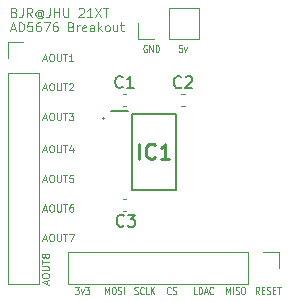
<source format=gbr>
%TF.GenerationSoftware,KiCad,Pcbnew,8.0.6-1.fc41*%
%TF.CreationDate,2024-12-07T12:30:28-05:00*%
%TF.ProjectId,AD5676_breakout,41443536-3736-45f6-9272-65616b6f7574,rev?*%
%TF.SameCoordinates,Original*%
%TF.FileFunction,Legend,Top*%
%TF.FilePolarity,Positive*%
%FSLAX46Y46*%
G04 Gerber Fmt 4.6, Leading zero omitted, Abs format (unit mm)*
G04 Created by KiCad (PCBNEW 8.0.6-1.fc41) date 2024-12-07 12:30:28*
%MOMM*%
%LPD*%
G01*
G04 APERTURE LIST*
%ADD10C,0.250000*%
%ADD11C,0.100000*%
%ADD12C,0.254000*%
%ADD13C,0.150000*%
%ADD14C,0.120000*%
%ADD15C,0.200000*%
G04 APERTURE END LIST*
D10*
X146250001Y-93500000D02*
X146250001Y-93500000D01*
X146250001Y-93500000D01*
X146250001Y-93500000D01*
X146250001Y-93500000D01*
X146250001Y-93500000D01*
X146250001Y-93500001D01*
X146250001Y-93500001D01*
X146250001Y-93500001D01*
X146250001Y-93500001D01*
X146250001Y-93500001D01*
X146250001Y-93500001D01*
X146250001Y-93500001D01*
X146250000Y-93500001D01*
X146250000Y-93500001D01*
X146250000Y-93500001D01*
X146250000Y-93500001D01*
X146250000Y-93500001D01*
X146250000Y-93500001D01*
X146250000Y-93500001D01*
X146250000Y-93500001D01*
X146250000Y-93500001D01*
X146250000Y-93500001D01*
X146250000Y-93500001D01*
X146250000Y-93500001D01*
X146249999Y-93500001D01*
X146249999Y-93500001D01*
X146249999Y-93500001D01*
X146249999Y-93500001D01*
X146249999Y-93500001D01*
X146249999Y-93500001D01*
X146249999Y-93500000D01*
X146249999Y-93500000D01*
X146249999Y-93500000D01*
X146249999Y-93500000D01*
X146249999Y-93500000D01*
X146249999Y-93500000D01*
X146249999Y-93500000D02*
X146249999Y-93500000D01*
X146249999Y-93500000D01*
X146249999Y-93500000D01*
X146249999Y-93500000D01*
X146249999Y-93500000D01*
X146249999Y-93500000D01*
X146249999Y-93499999D01*
X146249999Y-93499999D01*
X146249999Y-93499999D01*
X146249999Y-93499999D01*
X146249999Y-93499999D01*
X146250000Y-93499999D01*
X146250000Y-93499999D01*
X146250000Y-93499999D01*
X146250000Y-93499999D01*
X146250000Y-93499999D01*
X146250000Y-93499999D01*
X146250000Y-93499999D01*
X146250000Y-93499999D01*
X146250000Y-93499999D01*
X146250000Y-93499999D01*
X146250000Y-93499999D01*
X146250000Y-93499999D01*
X146250001Y-93499999D01*
X146250001Y-93499999D01*
X146250001Y-93499999D01*
X146250001Y-93499999D01*
X146250001Y-93499999D01*
X146250001Y-93499999D01*
X146250001Y-93500000D01*
X146250001Y-93500000D01*
X146250001Y-93500000D01*
X146250001Y-93500000D01*
X146250001Y-93500000D01*
X146250001Y-93500000D01*
X146250001Y-93500000D01*
D11*
X152922931Y-87321371D02*
X152684836Y-87321371D01*
X152684836Y-87321371D02*
X152661027Y-87607085D01*
X152661027Y-87607085D02*
X152684836Y-87578514D01*
X152684836Y-87578514D02*
X152732455Y-87549942D01*
X152732455Y-87549942D02*
X152851503Y-87549942D01*
X152851503Y-87549942D02*
X152899122Y-87578514D01*
X152899122Y-87578514D02*
X152922931Y-87607085D01*
X152922931Y-87607085D02*
X152946741Y-87664228D01*
X152946741Y-87664228D02*
X152946741Y-87807085D01*
X152946741Y-87807085D02*
X152922931Y-87864228D01*
X152922931Y-87864228D02*
X152899122Y-87892800D01*
X152899122Y-87892800D02*
X152851503Y-87921371D01*
X152851503Y-87921371D02*
X152732455Y-87921371D01*
X152732455Y-87921371D02*
X152684836Y-87892800D01*
X152684836Y-87892800D02*
X152661027Y-87864228D01*
X153113407Y-87521371D02*
X153232455Y-87921371D01*
X153232455Y-87921371D02*
X153351502Y-87521371D01*
X141180074Y-96249942D02*
X141465789Y-96249942D01*
X141122931Y-96421371D02*
X141322931Y-95821371D01*
X141322931Y-95821371D02*
X141522931Y-96421371D01*
X141837217Y-95821371D02*
X141951503Y-95821371D01*
X141951503Y-95821371D02*
X142008646Y-95849942D01*
X142008646Y-95849942D02*
X142065789Y-95907085D01*
X142065789Y-95907085D02*
X142094360Y-96021371D01*
X142094360Y-96021371D02*
X142094360Y-96221371D01*
X142094360Y-96221371D02*
X142065789Y-96335657D01*
X142065789Y-96335657D02*
X142008646Y-96392800D01*
X142008646Y-96392800D02*
X141951503Y-96421371D01*
X141951503Y-96421371D02*
X141837217Y-96421371D01*
X141837217Y-96421371D02*
X141780075Y-96392800D01*
X141780075Y-96392800D02*
X141722932Y-96335657D01*
X141722932Y-96335657D02*
X141694360Y-96221371D01*
X141694360Y-96221371D02*
X141694360Y-96021371D01*
X141694360Y-96021371D02*
X141722932Y-95907085D01*
X141722932Y-95907085D02*
X141780075Y-95849942D01*
X141780075Y-95849942D02*
X141837217Y-95821371D01*
X142351503Y-95821371D02*
X142351503Y-96307085D01*
X142351503Y-96307085D02*
X142380074Y-96364228D01*
X142380074Y-96364228D02*
X142408646Y-96392800D01*
X142408646Y-96392800D02*
X142465788Y-96421371D01*
X142465788Y-96421371D02*
X142580074Y-96421371D01*
X142580074Y-96421371D02*
X142637217Y-96392800D01*
X142637217Y-96392800D02*
X142665788Y-96364228D01*
X142665788Y-96364228D02*
X142694360Y-96307085D01*
X142694360Y-96307085D02*
X142694360Y-95821371D01*
X142894359Y-95821371D02*
X143237217Y-95821371D01*
X143065788Y-96421371D02*
X143065788Y-95821371D01*
X143694360Y-96021371D02*
X143694360Y-96421371D01*
X143551502Y-95792800D02*
X143408645Y-96221371D01*
X143408645Y-96221371D02*
X143780074Y-96221371D01*
X146434836Y-108421371D02*
X146434836Y-107821371D01*
X146434836Y-107821371D02*
X146601503Y-108249942D01*
X146601503Y-108249942D02*
X146768169Y-107821371D01*
X146768169Y-107821371D02*
X146768169Y-108421371D01*
X147101503Y-107821371D02*
X147196741Y-107821371D01*
X147196741Y-107821371D02*
X147244360Y-107849942D01*
X147244360Y-107849942D02*
X147291979Y-107907085D01*
X147291979Y-107907085D02*
X147315789Y-108021371D01*
X147315789Y-108021371D02*
X147315789Y-108221371D01*
X147315789Y-108221371D02*
X147291979Y-108335657D01*
X147291979Y-108335657D02*
X147244360Y-108392800D01*
X147244360Y-108392800D02*
X147196741Y-108421371D01*
X147196741Y-108421371D02*
X147101503Y-108421371D01*
X147101503Y-108421371D02*
X147053884Y-108392800D01*
X147053884Y-108392800D02*
X147006265Y-108335657D01*
X147006265Y-108335657D02*
X146982456Y-108221371D01*
X146982456Y-108221371D02*
X146982456Y-108021371D01*
X146982456Y-108021371D02*
X147006265Y-107907085D01*
X147006265Y-107907085D02*
X147053884Y-107849942D01*
X147053884Y-107849942D02*
X147101503Y-107821371D01*
X147506266Y-108392800D02*
X147577694Y-108421371D01*
X147577694Y-108421371D02*
X147696742Y-108421371D01*
X147696742Y-108421371D02*
X147744361Y-108392800D01*
X147744361Y-108392800D02*
X147768170Y-108364228D01*
X147768170Y-108364228D02*
X147791980Y-108307085D01*
X147791980Y-108307085D02*
X147791980Y-108249942D01*
X147791980Y-108249942D02*
X147768170Y-108192800D01*
X147768170Y-108192800D02*
X147744361Y-108164228D01*
X147744361Y-108164228D02*
X147696742Y-108135657D01*
X147696742Y-108135657D02*
X147601504Y-108107085D01*
X147601504Y-108107085D02*
X147553885Y-108078514D01*
X147553885Y-108078514D02*
X147530075Y-108049942D01*
X147530075Y-108049942D02*
X147506266Y-107992800D01*
X147506266Y-107992800D02*
X147506266Y-107935657D01*
X147506266Y-107935657D02*
X147530075Y-107878514D01*
X147530075Y-107878514D02*
X147553885Y-107849942D01*
X147553885Y-107849942D02*
X147601504Y-107821371D01*
X147601504Y-107821371D02*
X147720551Y-107821371D01*
X147720551Y-107821371D02*
X147791980Y-107849942D01*
X148006265Y-108421371D02*
X148006265Y-107821371D01*
X156684836Y-108421371D02*
X156684836Y-107821371D01*
X156684836Y-107821371D02*
X156851503Y-108249942D01*
X156851503Y-108249942D02*
X157018169Y-107821371D01*
X157018169Y-107821371D02*
X157018169Y-108421371D01*
X157256265Y-108421371D02*
X157256265Y-107821371D01*
X157470551Y-108392800D02*
X157541979Y-108421371D01*
X157541979Y-108421371D02*
X157661027Y-108421371D01*
X157661027Y-108421371D02*
X157708646Y-108392800D01*
X157708646Y-108392800D02*
X157732455Y-108364228D01*
X157732455Y-108364228D02*
X157756265Y-108307085D01*
X157756265Y-108307085D02*
X157756265Y-108249942D01*
X157756265Y-108249942D02*
X157732455Y-108192800D01*
X157732455Y-108192800D02*
X157708646Y-108164228D01*
X157708646Y-108164228D02*
X157661027Y-108135657D01*
X157661027Y-108135657D02*
X157565789Y-108107085D01*
X157565789Y-108107085D02*
X157518170Y-108078514D01*
X157518170Y-108078514D02*
X157494360Y-108049942D01*
X157494360Y-108049942D02*
X157470551Y-107992800D01*
X157470551Y-107992800D02*
X157470551Y-107935657D01*
X157470551Y-107935657D02*
X157494360Y-107878514D01*
X157494360Y-107878514D02*
X157518170Y-107849942D01*
X157518170Y-107849942D02*
X157565789Y-107821371D01*
X157565789Y-107821371D02*
X157684836Y-107821371D01*
X157684836Y-107821371D02*
X157756265Y-107849942D01*
X158065788Y-107821371D02*
X158161026Y-107821371D01*
X158161026Y-107821371D02*
X158208645Y-107849942D01*
X158208645Y-107849942D02*
X158256264Y-107907085D01*
X158256264Y-107907085D02*
X158280074Y-108021371D01*
X158280074Y-108021371D02*
X158280074Y-108221371D01*
X158280074Y-108221371D02*
X158256264Y-108335657D01*
X158256264Y-108335657D02*
X158208645Y-108392800D01*
X158208645Y-108392800D02*
X158161026Y-108421371D01*
X158161026Y-108421371D02*
X158065788Y-108421371D01*
X158065788Y-108421371D02*
X158018169Y-108392800D01*
X158018169Y-108392800D02*
X157970550Y-108335657D01*
X157970550Y-108335657D02*
X157946741Y-108221371D01*
X157946741Y-108221371D02*
X157946741Y-108021371D01*
X157946741Y-108021371D02*
X157970550Y-107907085D01*
X157970550Y-107907085D02*
X158018169Y-107849942D01*
X158018169Y-107849942D02*
X158065788Y-107821371D01*
X141180074Y-98749942D02*
X141465789Y-98749942D01*
X141122931Y-98921371D02*
X141322931Y-98321371D01*
X141322931Y-98321371D02*
X141522931Y-98921371D01*
X141837217Y-98321371D02*
X141951503Y-98321371D01*
X141951503Y-98321371D02*
X142008646Y-98349942D01*
X142008646Y-98349942D02*
X142065789Y-98407085D01*
X142065789Y-98407085D02*
X142094360Y-98521371D01*
X142094360Y-98521371D02*
X142094360Y-98721371D01*
X142094360Y-98721371D02*
X142065789Y-98835657D01*
X142065789Y-98835657D02*
X142008646Y-98892800D01*
X142008646Y-98892800D02*
X141951503Y-98921371D01*
X141951503Y-98921371D02*
X141837217Y-98921371D01*
X141837217Y-98921371D02*
X141780075Y-98892800D01*
X141780075Y-98892800D02*
X141722932Y-98835657D01*
X141722932Y-98835657D02*
X141694360Y-98721371D01*
X141694360Y-98721371D02*
X141694360Y-98521371D01*
X141694360Y-98521371D02*
X141722932Y-98407085D01*
X141722932Y-98407085D02*
X141780075Y-98349942D01*
X141780075Y-98349942D02*
X141837217Y-98321371D01*
X142351503Y-98321371D02*
X142351503Y-98807085D01*
X142351503Y-98807085D02*
X142380074Y-98864228D01*
X142380074Y-98864228D02*
X142408646Y-98892800D01*
X142408646Y-98892800D02*
X142465788Y-98921371D01*
X142465788Y-98921371D02*
X142580074Y-98921371D01*
X142580074Y-98921371D02*
X142637217Y-98892800D01*
X142637217Y-98892800D02*
X142665788Y-98864228D01*
X142665788Y-98864228D02*
X142694360Y-98807085D01*
X142694360Y-98807085D02*
X142694360Y-98321371D01*
X142894359Y-98321371D02*
X143237217Y-98321371D01*
X143065788Y-98921371D02*
X143065788Y-98321371D01*
X143722931Y-98321371D02*
X143437217Y-98321371D01*
X143437217Y-98321371D02*
X143408645Y-98607085D01*
X143408645Y-98607085D02*
X143437217Y-98578514D01*
X143437217Y-98578514D02*
X143494360Y-98549942D01*
X143494360Y-98549942D02*
X143637217Y-98549942D01*
X143637217Y-98549942D02*
X143694360Y-98578514D01*
X143694360Y-98578514D02*
X143722931Y-98607085D01*
X143722931Y-98607085D02*
X143751502Y-98664228D01*
X143751502Y-98664228D02*
X143751502Y-98807085D01*
X143751502Y-98807085D02*
X143722931Y-98864228D01*
X143722931Y-98864228D02*
X143694360Y-98892800D01*
X143694360Y-98892800D02*
X143637217Y-98921371D01*
X143637217Y-98921371D02*
X143494360Y-98921371D01*
X143494360Y-98921371D02*
X143437217Y-98892800D01*
X143437217Y-98892800D02*
X143408645Y-98864228D01*
X141180074Y-90999942D02*
X141465789Y-90999942D01*
X141122931Y-91171371D02*
X141322931Y-90571371D01*
X141322931Y-90571371D02*
X141522931Y-91171371D01*
X141837217Y-90571371D02*
X141951503Y-90571371D01*
X141951503Y-90571371D02*
X142008646Y-90599942D01*
X142008646Y-90599942D02*
X142065789Y-90657085D01*
X142065789Y-90657085D02*
X142094360Y-90771371D01*
X142094360Y-90771371D02*
X142094360Y-90971371D01*
X142094360Y-90971371D02*
X142065789Y-91085657D01*
X142065789Y-91085657D02*
X142008646Y-91142800D01*
X142008646Y-91142800D02*
X141951503Y-91171371D01*
X141951503Y-91171371D02*
X141837217Y-91171371D01*
X141837217Y-91171371D02*
X141780075Y-91142800D01*
X141780075Y-91142800D02*
X141722932Y-91085657D01*
X141722932Y-91085657D02*
X141694360Y-90971371D01*
X141694360Y-90971371D02*
X141694360Y-90771371D01*
X141694360Y-90771371D02*
X141722932Y-90657085D01*
X141722932Y-90657085D02*
X141780075Y-90599942D01*
X141780075Y-90599942D02*
X141837217Y-90571371D01*
X142351503Y-90571371D02*
X142351503Y-91057085D01*
X142351503Y-91057085D02*
X142380074Y-91114228D01*
X142380074Y-91114228D02*
X142408646Y-91142800D01*
X142408646Y-91142800D02*
X142465788Y-91171371D01*
X142465788Y-91171371D02*
X142580074Y-91171371D01*
X142580074Y-91171371D02*
X142637217Y-91142800D01*
X142637217Y-91142800D02*
X142665788Y-91114228D01*
X142665788Y-91114228D02*
X142694360Y-91057085D01*
X142694360Y-91057085D02*
X142694360Y-90571371D01*
X142894359Y-90571371D02*
X143237217Y-90571371D01*
X143065788Y-91171371D02*
X143065788Y-90571371D01*
X143408645Y-90628514D02*
X143437217Y-90599942D01*
X143437217Y-90599942D02*
X143494360Y-90571371D01*
X143494360Y-90571371D02*
X143637217Y-90571371D01*
X143637217Y-90571371D02*
X143694360Y-90599942D01*
X143694360Y-90599942D02*
X143722931Y-90628514D01*
X143722931Y-90628514D02*
X143751502Y-90685657D01*
X143751502Y-90685657D02*
X143751502Y-90742800D01*
X143751502Y-90742800D02*
X143722931Y-90828514D01*
X143722931Y-90828514D02*
X143380074Y-91171371D01*
X143380074Y-91171371D02*
X143751502Y-91171371D01*
X154172931Y-108421371D02*
X153934836Y-108421371D01*
X153934836Y-108421371D02*
X153934836Y-107821371D01*
X154339598Y-108421371D02*
X154339598Y-107821371D01*
X154339598Y-107821371D02*
X154458646Y-107821371D01*
X154458646Y-107821371D02*
X154530074Y-107849942D01*
X154530074Y-107849942D02*
X154577693Y-107907085D01*
X154577693Y-107907085D02*
X154601503Y-107964228D01*
X154601503Y-107964228D02*
X154625312Y-108078514D01*
X154625312Y-108078514D02*
X154625312Y-108164228D01*
X154625312Y-108164228D02*
X154601503Y-108278514D01*
X154601503Y-108278514D02*
X154577693Y-108335657D01*
X154577693Y-108335657D02*
X154530074Y-108392800D01*
X154530074Y-108392800D02*
X154458646Y-108421371D01*
X154458646Y-108421371D02*
X154339598Y-108421371D01*
X154815789Y-108249942D02*
X155053884Y-108249942D01*
X154768170Y-108421371D02*
X154934836Y-107821371D01*
X154934836Y-107821371D02*
X155101503Y-108421371D01*
X155553883Y-108364228D02*
X155530074Y-108392800D01*
X155530074Y-108392800D02*
X155458645Y-108421371D01*
X155458645Y-108421371D02*
X155411026Y-108421371D01*
X155411026Y-108421371D02*
X155339598Y-108392800D01*
X155339598Y-108392800D02*
X155291979Y-108335657D01*
X155291979Y-108335657D02*
X155268169Y-108278514D01*
X155268169Y-108278514D02*
X155244360Y-108164228D01*
X155244360Y-108164228D02*
X155244360Y-108078514D01*
X155244360Y-108078514D02*
X155268169Y-107964228D01*
X155268169Y-107964228D02*
X155291979Y-107907085D01*
X155291979Y-107907085D02*
X155339598Y-107849942D01*
X155339598Y-107849942D02*
X155411026Y-107821371D01*
X155411026Y-107821371D02*
X155458645Y-107821371D01*
X155458645Y-107821371D02*
X155530074Y-107849942D01*
X155530074Y-107849942D02*
X155553883Y-107878514D01*
X159470550Y-108421371D02*
X159303884Y-108135657D01*
X159184836Y-108421371D02*
X159184836Y-107821371D01*
X159184836Y-107821371D02*
X159375312Y-107821371D01*
X159375312Y-107821371D02*
X159422931Y-107849942D01*
X159422931Y-107849942D02*
X159446741Y-107878514D01*
X159446741Y-107878514D02*
X159470550Y-107935657D01*
X159470550Y-107935657D02*
X159470550Y-108021371D01*
X159470550Y-108021371D02*
X159446741Y-108078514D01*
X159446741Y-108078514D02*
X159422931Y-108107085D01*
X159422931Y-108107085D02*
X159375312Y-108135657D01*
X159375312Y-108135657D02*
X159184836Y-108135657D01*
X159684836Y-108107085D02*
X159851503Y-108107085D01*
X159922931Y-108421371D02*
X159684836Y-108421371D01*
X159684836Y-108421371D02*
X159684836Y-107821371D01*
X159684836Y-107821371D02*
X159922931Y-107821371D01*
X160113408Y-108392800D02*
X160184836Y-108421371D01*
X160184836Y-108421371D02*
X160303884Y-108421371D01*
X160303884Y-108421371D02*
X160351503Y-108392800D01*
X160351503Y-108392800D02*
X160375312Y-108364228D01*
X160375312Y-108364228D02*
X160399122Y-108307085D01*
X160399122Y-108307085D02*
X160399122Y-108249942D01*
X160399122Y-108249942D02*
X160375312Y-108192800D01*
X160375312Y-108192800D02*
X160351503Y-108164228D01*
X160351503Y-108164228D02*
X160303884Y-108135657D01*
X160303884Y-108135657D02*
X160208646Y-108107085D01*
X160208646Y-108107085D02*
X160161027Y-108078514D01*
X160161027Y-108078514D02*
X160137217Y-108049942D01*
X160137217Y-108049942D02*
X160113408Y-107992800D01*
X160113408Y-107992800D02*
X160113408Y-107935657D01*
X160113408Y-107935657D02*
X160137217Y-107878514D01*
X160137217Y-107878514D02*
X160161027Y-107849942D01*
X160161027Y-107849942D02*
X160208646Y-107821371D01*
X160208646Y-107821371D02*
X160327693Y-107821371D01*
X160327693Y-107821371D02*
X160399122Y-107849942D01*
X160613407Y-108107085D02*
X160780074Y-108107085D01*
X160851502Y-108421371D02*
X160613407Y-108421371D01*
X160613407Y-108421371D02*
X160613407Y-107821371D01*
X160613407Y-107821371D02*
X160851502Y-107821371D01*
X160994360Y-107821371D02*
X161280074Y-107821371D01*
X161137217Y-108421371D02*
X161137217Y-107821371D01*
X141180074Y-103749942D02*
X141465789Y-103749942D01*
X141122931Y-103921371D02*
X141322931Y-103321371D01*
X141322931Y-103321371D02*
X141522931Y-103921371D01*
X141837217Y-103321371D02*
X141951503Y-103321371D01*
X141951503Y-103321371D02*
X142008646Y-103349942D01*
X142008646Y-103349942D02*
X142065789Y-103407085D01*
X142065789Y-103407085D02*
X142094360Y-103521371D01*
X142094360Y-103521371D02*
X142094360Y-103721371D01*
X142094360Y-103721371D02*
X142065789Y-103835657D01*
X142065789Y-103835657D02*
X142008646Y-103892800D01*
X142008646Y-103892800D02*
X141951503Y-103921371D01*
X141951503Y-103921371D02*
X141837217Y-103921371D01*
X141837217Y-103921371D02*
X141780075Y-103892800D01*
X141780075Y-103892800D02*
X141722932Y-103835657D01*
X141722932Y-103835657D02*
X141694360Y-103721371D01*
X141694360Y-103721371D02*
X141694360Y-103521371D01*
X141694360Y-103521371D02*
X141722932Y-103407085D01*
X141722932Y-103407085D02*
X141780075Y-103349942D01*
X141780075Y-103349942D02*
X141837217Y-103321371D01*
X142351503Y-103321371D02*
X142351503Y-103807085D01*
X142351503Y-103807085D02*
X142380074Y-103864228D01*
X142380074Y-103864228D02*
X142408646Y-103892800D01*
X142408646Y-103892800D02*
X142465788Y-103921371D01*
X142465788Y-103921371D02*
X142580074Y-103921371D01*
X142580074Y-103921371D02*
X142637217Y-103892800D01*
X142637217Y-103892800D02*
X142665788Y-103864228D01*
X142665788Y-103864228D02*
X142694360Y-103807085D01*
X142694360Y-103807085D02*
X142694360Y-103321371D01*
X142894359Y-103321371D02*
X143237217Y-103321371D01*
X143065788Y-103921371D02*
X143065788Y-103321371D01*
X143380074Y-103321371D02*
X143780074Y-103321371D01*
X143780074Y-103321371D02*
X143522931Y-103921371D01*
X141499942Y-107569925D02*
X141499942Y-107284211D01*
X141671371Y-107627068D02*
X141071371Y-107427068D01*
X141071371Y-107427068D02*
X141671371Y-107227068D01*
X141071371Y-106912782D02*
X141071371Y-106798496D01*
X141071371Y-106798496D02*
X141099942Y-106741353D01*
X141099942Y-106741353D02*
X141157085Y-106684210D01*
X141157085Y-106684210D02*
X141271371Y-106655639D01*
X141271371Y-106655639D02*
X141471371Y-106655639D01*
X141471371Y-106655639D02*
X141585657Y-106684210D01*
X141585657Y-106684210D02*
X141642800Y-106741353D01*
X141642800Y-106741353D02*
X141671371Y-106798496D01*
X141671371Y-106798496D02*
X141671371Y-106912782D01*
X141671371Y-106912782D02*
X141642800Y-106969925D01*
X141642800Y-106969925D02*
X141585657Y-107027067D01*
X141585657Y-107027067D02*
X141471371Y-107055639D01*
X141471371Y-107055639D02*
X141271371Y-107055639D01*
X141271371Y-107055639D02*
X141157085Y-107027067D01*
X141157085Y-107027067D02*
X141099942Y-106969925D01*
X141099942Y-106969925D02*
X141071371Y-106912782D01*
X141071371Y-106398496D02*
X141557085Y-106398496D01*
X141557085Y-106398496D02*
X141614228Y-106369925D01*
X141614228Y-106369925D02*
X141642800Y-106341354D01*
X141642800Y-106341354D02*
X141671371Y-106284211D01*
X141671371Y-106284211D02*
X141671371Y-106169925D01*
X141671371Y-106169925D02*
X141642800Y-106112782D01*
X141642800Y-106112782D02*
X141614228Y-106084211D01*
X141614228Y-106084211D02*
X141557085Y-106055639D01*
X141557085Y-106055639D02*
X141071371Y-106055639D01*
X141071371Y-105855640D02*
X141071371Y-105512783D01*
X141671371Y-105684211D02*
X141071371Y-105684211D01*
X141328514Y-105227068D02*
X141299942Y-105284211D01*
X141299942Y-105284211D02*
X141271371Y-105312782D01*
X141271371Y-105312782D02*
X141214228Y-105341354D01*
X141214228Y-105341354D02*
X141185657Y-105341354D01*
X141185657Y-105341354D02*
X141128514Y-105312782D01*
X141128514Y-105312782D02*
X141099942Y-105284211D01*
X141099942Y-105284211D02*
X141071371Y-105227068D01*
X141071371Y-105227068D02*
X141071371Y-105112782D01*
X141071371Y-105112782D02*
X141099942Y-105055640D01*
X141099942Y-105055640D02*
X141128514Y-105027068D01*
X141128514Y-105027068D02*
X141185657Y-104998497D01*
X141185657Y-104998497D02*
X141214228Y-104998497D01*
X141214228Y-104998497D02*
X141271371Y-105027068D01*
X141271371Y-105027068D02*
X141299942Y-105055640D01*
X141299942Y-105055640D02*
X141328514Y-105112782D01*
X141328514Y-105112782D02*
X141328514Y-105227068D01*
X141328514Y-105227068D02*
X141357085Y-105284211D01*
X141357085Y-105284211D02*
X141385657Y-105312782D01*
X141385657Y-105312782D02*
X141442800Y-105341354D01*
X141442800Y-105341354D02*
X141557085Y-105341354D01*
X141557085Y-105341354D02*
X141614228Y-105312782D01*
X141614228Y-105312782D02*
X141642800Y-105284211D01*
X141642800Y-105284211D02*
X141671371Y-105227068D01*
X141671371Y-105227068D02*
X141671371Y-105112782D01*
X141671371Y-105112782D02*
X141642800Y-105055640D01*
X141642800Y-105055640D02*
X141614228Y-105027068D01*
X141614228Y-105027068D02*
X141557085Y-104998497D01*
X141557085Y-104998497D02*
X141442800Y-104998497D01*
X141442800Y-104998497D02*
X141385657Y-105027068D01*
X141385657Y-105027068D02*
X141357085Y-105055640D01*
X141357085Y-105055640D02*
X141328514Y-105112782D01*
X148911027Y-108392800D02*
X148982455Y-108421371D01*
X148982455Y-108421371D02*
X149101503Y-108421371D01*
X149101503Y-108421371D02*
X149149122Y-108392800D01*
X149149122Y-108392800D02*
X149172931Y-108364228D01*
X149172931Y-108364228D02*
X149196741Y-108307085D01*
X149196741Y-108307085D02*
X149196741Y-108249942D01*
X149196741Y-108249942D02*
X149172931Y-108192800D01*
X149172931Y-108192800D02*
X149149122Y-108164228D01*
X149149122Y-108164228D02*
X149101503Y-108135657D01*
X149101503Y-108135657D02*
X149006265Y-108107085D01*
X149006265Y-108107085D02*
X148958646Y-108078514D01*
X148958646Y-108078514D02*
X148934836Y-108049942D01*
X148934836Y-108049942D02*
X148911027Y-107992800D01*
X148911027Y-107992800D02*
X148911027Y-107935657D01*
X148911027Y-107935657D02*
X148934836Y-107878514D01*
X148934836Y-107878514D02*
X148958646Y-107849942D01*
X148958646Y-107849942D02*
X149006265Y-107821371D01*
X149006265Y-107821371D02*
X149125312Y-107821371D01*
X149125312Y-107821371D02*
X149196741Y-107849942D01*
X149696740Y-108364228D02*
X149672931Y-108392800D01*
X149672931Y-108392800D02*
X149601502Y-108421371D01*
X149601502Y-108421371D02*
X149553883Y-108421371D01*
X149553883Y-108421371D02*
X149482455Y-108392800D01*
X149482455Y-108392800D02*
X149434836Y-108335657D01*
X149434836Y-108335657D02*
X149411026Y-108278514D01*
X149411026Y-108278514D02*
X149387217Y-108164228D01*
X149387217Y-108164228D02*
X149387217Y-108078514D01*
X149387217Y-108078514D02*
X149411026Y-107964228D01*
X149411026Y-107964228D02*
X149434836Y-107907085D01*
X149434836Y-107907085D02*
X149482455Y-107849942D01*
X149482455Y-107849942D02*
X149553883Y-107821371D01*
X149553883Y-107821371D02*
X149601502Y-107821371D01*
X149601502Y-107821371D02*
X149672931Y-107849942D01*
X149672931Y-107849942D02*
X149696740Y-107878514D01*
X150149121Y-108421371D02*
X149911026Y-108421371D01*
X149911026Y-108421371D02*
X149911026Y-107821371D01*
X150315788Y-108421371D02*
X150315788Y-107821371D01*
X150601502Y-108421371D02*
X150387217Y-108078514D01*
X150601502Y-107821371D02*
X150315788Y-108164228D01*
X138744360Y-84552699D02*
X138851503Y-84588413D01*
X138851503Y-84588413D02*
X138887217Y-84624127D01*
X138887217Y-84624127D02*
X138922931Y-84695556D01*
X138922931Y-84695556D02*
X138922931Y-84802699D01*
X138922931Y-84802699D02*
X138887217Y-84874127D01*
X138887217Y-84874127D02*
X138851503Y-84909842D01*
X138851503Y-84909842D02*
X138780074Y-84945556D01*
X138780074Y-84945556D02*
X138494360Y-84945556D01*
X138494360Y-84945556D02*
X138494360Y-84195556D01*
X138494360Y-84195556D02*
X138744360Y-84195556D01*
X138744360Y-84195556D02*
X138815789Y-84231270D01*
X138815789Y-84231270D02*
X138851503Y-84266984D01*
X138851503Y-84266984D02*
X138887217Y-84338413D01*
X138887217Y-84338413D02*
X138887217Y-84409842D01*
X138887217Y-84409842D02*
X138851503Y-84481270D01*
X138851503Y-84481270D02*
X138815789Y-84516984D01*
X138815789Y-84516984D02*
X138744360Y-84552699D01*
X138744360Y-84552699D02*
X138494360Y-84552699D01*
X139458646Y-84195556D02*
X139458646Y-84731270D01*
X139458646Y-84731270D02*
X139422931Y-84838413D01*
X139422931Y-84838413D02*
X139351503Y-84909842D01*
X139351503Y-84909842D02*
X139244360Y-84945556D01*
X139244360Y-84945556D02*
X139172931Y-84945556D01*
X140244360Y-84945556D02*
X139994360Y-84588413D01*
X139815789Y-84945556D02*
X139815789Y-84195556D01*
X139815789Y-84195556D02*
X140101503Y-84195556D01*
X140101503Y-84195556D02*
X140172932Y-84231270D01*
X140172932Y-84231270D02*
X140208646Y-84266984D01*
X140208646Y-84266984D02*
X140244360Y-84338413D01*
X140244360Y-84338413D02*
X140244360Y-84445556D01*
X140244360Y-84445556D02*
X140208646Y-84516984D01*
X140208646Y-84516984D02*
X140172932Y-84552699D01*
X140172932Y-84552699D02*
X140101503Y-84588413D01*
X140101503Y-84588413D02*
X139815789Y-84588413D01*
X141030075Y-84588413D02*
X140994360Y-84552699D01*
X140994360Y-84552699D02*
X140922932Y-84516984D01*
X140922932Y-84516984D02*
X140851503Y-84516984D01*
X140851503Y-84516984D02*
X140780075Y-84552699D01*
X140780075Y-84552699D02*
X140744360Y-84588413D01*
X140744360Y-84588413D02*
X140708646Y-84659842D01*
X140708646Y-84659842D02*
X140708646Y-84731270D01*
X140708646Y-84731270D02*
X140744360Y-84802699D01*
X140744360Y-84802699D02*
X140780075Y-84838413D01*
X140780075Y-84838413D02*
X140851503Y-84874127D01*
X140851503Y-84874127D02*
X140922932Y-84874127D01*
X140922932Y-84874127D02*
X140994360Y-84838413D01*
X140994360Y-84838413D02*
X141030075Y-84802699D01*
X141030075Y-84516984D02*
X141030075Y-84802699D01*
X141030075Y-84802699D02*
X141065789Y-84838413D01*
X141065789Y-84838413D02*
X141101503Y-84838413D01*
X141101503Y-84838413D02*
X141172932Y-84802699D01*
X141172932Y-84802699D02*
X141208646Y-84731270D01*
X141208646Y-84731270D02*
X141208646Y-84552699D01*
X141208646Y-84552699D02*
X141137218Y-84445556D01*
X141137218Y-84445556D02*
X141030075Y-84374127D01*
X141030075Y-84374127D02*
X140887218Y-84338413D01*
X140887218Y-84338413D02*
X140744360Y-84374127D01*
X140744360Y-84374127D02*
X140637218Y-84445556D01*
X140637218Y-84445556D02*
X140565789Y-84552699D01*
X140565789Y-84552699D02*
X140530075Y-84695556D01*
X140530075Y-84695556D02*
X140565789Y-84838413D01*
X140565789Y-84838413D02*
X140637218Y-84945556D01*
X140637218Y-84945556D02*
X140744360Y-85016984D01*
X140744360Y-85016984D02*
X140887218Y-85052699D01*
X140887218Y-85052699D02*
X141030075Y-85016984D01*
X141030075Y-85016984D02*
X141137218Y-84945556D01*
X141744361Y-84195556D02*
X141744361Y-84731270D01*
X141744361Y-84731270D02*
X141708646Y-84838413D01*
X141708646Y-84838413D02*
X141637218Y-84909842D01*
X141637218Y-84909842D02*
X141530075Y-84945556D01*
X141530075Y-84945556D02*
X141458646Y-84945556D01*
X142101504Y-84945556D02*
X142101504Y-84195556D01*
X142101504Y-84552699D02*
X142530075Y-84552699D01*
X142530075Y-84945556D02*
X142530075Y-84195556D01*
X142887218Y-84195556D02*
X142887218Y-84802699D01*
X142887218Y-84802699D02*
X142922932Y-84874127D01*
X142922932Y-84874127D02*
X142958647Y-84909842D01*
X142958647Y-84909842D02*
X143030075Y-84945556D01*
X143030075Y-84945556D02*
X143172932Y-84945556D01*
X143172932Y-84945556D02*
X143244361Y-84909842D01*
X143244361Y-84909842D02*
X143280075Y-84874127D01*
X143280075Y-84874127D02*
X143315789Y-84802699D01*
X143315789Y-84802699D02*
X143315789Y-84195556D01*
X144208647Y-84266984D02*
X144244361Y-84231270D01*
X144244361Y-84231270D02*
X144315790Y-84195556D01*
X144315790Y-84195556D02*
X144494361Y-84195556D01*
X144494361Y-84195556D02*
X144565790Y-84231270D01*
X144565790Y-84231270D02*
X144601504Y-84266984D01*
X144601504Y-84266984D02*
X144637218Y-84338413D01*
X144637218Y-84338413D02*
X144637218Y-84409842D01*
X144637218Y-84409842D02*
X144601504Y-84516984D01*
X144601504Y-84516984D02*
X144172932Y-84945556D01*
X144172932Y-84945556D02*
X144637218Y-84945556D01*
X145351504Y-84945556D02*
X144922933Y-84945556D01*
X145137218Y-84945556D02*
X145137218Y-84195556D01*
X145137218Y-84195556D02*
X145065790Y-84302699D01*
X145065790Y-84302699D02*
X144994361Y-84374127D01*
X144994361Y-84374127D02*
X144922933Y-84409842D01*
X145601504Y-84195556D02*
X146101504Y-84945556D01*
X146101504Y-84195556D02*
X145601504Y-84945556D01*
X146280076Y-84195556D02*
X146708648Y-84195556D01*
X146494362Y-84945556D02*
X146494362Y-84195556D01*
X138458646Y-85938728D02*
X138815789Y-85938728D01*
X138387217Y-86153014D02*
X138637217Y-85403014D01*
X138637217Y-85403014D02*
X138887217Y-86153014D01*
X139137217Y-86153014D02*
X139137217Y-85403014D01*
X139137217Y-85403014D02*
X139315788Y-85403014D01*
X139315788Y-85403014D02*
X139422931Y-85438728D01*
X139422931Y-85438728D02*
X139494360Y-85510157D01*
X139494360Y-85510157D02*
X139530074Y-85581585D01*
X139530074Y-85581585D02*
X139565788Y-85724442D01*
X139565788Y-85724442D02*
X139565788Y-85831585D01*
X139565788Y-85831585D02*
X139530074Y-85974442D01*
X139530074Y-85974442D02*
X139494360Y-86045871D01*
X139494360Y-86045871D02*
X139422931Y-86117300D01*
X139422931Y-86117300D02*
X139315788Y-86153014D01*
X139315788Y-86153014D02*
X139137217Y-86153014D01*
X140244360Y-85403014D02*
X139887217Y-85403014D01*
X139887217Y-85403014D02*
X139851503Y-85760157D01*
X139851503Y-85760157D02*
X139887217Y-85724442D01*
X139887217Y-85724442D02*
X139958646Y-85688728D01*
X139958646Y-85688728D02*
X140137217Y-85688728D01*
X140137217Y-85688728D02*
X140208646Y-85724442D01*
X140208646Y-85724442D02*
X140244360Y-85760157D01*
X140244360Y-85760157D02*
X140280074Y-85831585D01*
X140280074Y-85831585D02*
X140280074Y-86010157D01*
X140280074Y-86010157D02*
X140244360Y-86081585D01*
X140244360Y-86081585D02*
X140208646Y-86117300D01*
X140208646Y-86117300D02*
X140137217Y-86153014D01*
X140137217Y-86153014D02*
X139958646Y-86153014D01*
X139958646Y-86153014D02*
X139887217Y-86117300D01*
X139887217Y-86117300D02*
X139851503Y-86081585D01*
X140922932Y-85403014D02*
X140780074Y-85403014D01*
X140780074Y-85403014D02*
X140708646Y-85438728D01*
X140708646Y-85438728D02*
X140672932Y-85474442D01*
X140672932Y-85474442D02*
X140601503Y-85581585D01*
X140601503Y-85581585D02*
X140565789Y-85724442D01*
X140565789Y-85724442D02*
X140565789Y-86010157D01*
X140565789Y-86010157D02*
X140601503Y-86081585D01*
X140601503Y-86081585D02*
X140637217Y-86117300D01*
X140637217Y-86117300D02*
X140708646Y-86153014D01*
X140708646Y-86153014D02*
X140851503Y-86153014D01*
X140851503Y-86153014D02*
X140922932Y-86117300D01*
X140922932Y-86117300D02*
X140958646Y-86081585D01*
X140958646Y-86081585D02*
X140994360Y-86010157D01*
X140994360Y-86010157D02*
X140994360Y-85831585D01*
X140994360Y-85831585D02*
X140958646Y-85760157D01*
X140958646Y-85760157D02*
X140922932Y-85724442D01*
X140922932Y-85724442D02*
X140851503Y-85688728D01*
X140851503Y-85688728D02*
X140708646Y-85688728D01*
X140708646Y-85688728D02*
X140637217Y-85724442D01*
X140637217Y-85724442D02*
X140601503Y-85760157D01*
X140601503Y-85760157D02*
X140565789Y-85831585D01*
X141244360Y-85403014D02*
X141744360Y-85403014D01*
X141744360Y-85403014D02*
X141422932Y-86153014D01*
X142351504Y-85403014D02*
X142208646Y-85403014D01*
X142208646Y-85403014D02*
X142137218Y-85438728D01*
X142137218Y-85438728D02*
X142101504Y-85474442D01*
X142101504Y-85474442D02*
X142030075Y-85581585D01*
X142030075Y-85581585D02*
X141994361Y-85724442D01*
X141994361Y-85724442D02*
X141994361Y-86010157D01*
X141994361Y-86010157D02*
X142030075Y-86081585D01*
X142030075Y-86081585D02*
X142065789Y-86117300D01*
X142065789Y-86117300D02*
X142137218Y-86153014D01*
X142137218Y-86153014D02*
X142280075Y-86153014D01*
X142280075Y-86153014D02*
X142351504Y-86117300D01*
X142351504Y-86117300D02*
X142387218Y-86081585D01*
X142387218Y-86081585D02*
X142422932Y-86010157D01*
X142422932Y-86010157D02*
X142422932Y-85831585D01*
X142422932Y-85831585D02*
X142387218Y-85760157D01*
X142387218Y-85760157D02*
X142351504Y-85724442D01*
X142351504Y-85724442D02*
X142280075Y-85688728D01*
X142280075Y-85688728D02*
X142137218Y-85688728D01*
X142137218Y-85688728D02*
X142065789Y-85724442D01*
X142065789Y-85724442D02*
X142030075Y-85760157D01*
X142030075Y-85760157D02*
X141994361Y-85831585D01*
X143565790Y-85760157D02*
X143672933Y-85795871D01*
X143672933Y-85795871D02*
X143708647Y-85831585D01*
X143708647Y-85831585D02*
X143744361Y-85903014D01*
X143744361Y-85903014D02*
X143744361Y-86010157D01*
X143744361Y-86010157D02*
X143708647Y-86081585D01*
X143708647Y-86081585D02*
X143672933Y-86117300D01*
X143672933Y-86117300D02*
X143601504Y-86153014D01*
X143601504Y-86153014D02*
X143315790Y-86153014D01*
X143315790Y-86153014D02*
X143315790Y-85403014D01*
X143315790Y-85403014D02*
X143565790Y-85403014D01*
X143565790Y-85403014D02*
X143637219Y-85438728D01*
X143637219Y-85438728D02*
X143672933Y-85474442D01*
X143672933Y-85474442D02*
X143708647Y-85545871D01*
X143708647Y-85545871D02*
X143708647Y-85617300D01*
X143708647Y-85617300D02*
X143672933Y-85688728D01*
X143672933Y-85688728D02*
X143637219Y-85724442D01*
X143637219Y-85724442D02*
X143565790Y-85760157D01*
X143565790Y-85760157D02*
X143315790Y-85760157D01*
X144065790Y-86153014D02*
X144065790Y-85653014D01*
X144065790Y-85795871D02*
X144101504Y-85724442D01*
X144101504Y-85724442D02*
X144137219Y-85688728D01*
X144137219Y-85688728D02*
X144208647Y-85653014D01*
X144208647Y-85653014D02*
X144280076Y-85653014D01*
X144815790Y-86117300D02*
X144744362Y-86153014D01*
X144744362Y-86153014D02*
X144601505Y-86153014D01*
X144601505Y-86153014D02*
X144530076Y-86117300D01*
X144530076Y-86117300D02*
X144494362Y-86045871D01*
X144494362Y-86045871D02*
X144494362Y-85760157D01*
X144494362Y-85760157D02*
X144530076Y-85688728D01*
X144530076Y-85688728D02*
X144601505Y-85653014D01*
X144601505Y-85653014D02*
X144744362Y-85653014D01*
X144744362Y-85653014D02*
X144815790Y-85688728D01*
X144815790Y-85688728D02*
X144851505Y-85760157D01*
X144851505Y-85760157D02*
X144851505Y-85831585D01*
X144851505Y-85831585D02*
X144494362Y-85903014D01*
X145494362Y-86153014D02*
X145494362Y-85760157D01*
X145494362Y-85760157D02*
X145458647Y-85688728D01*
X145458647Y-85688728D02*
X145387219Y-85653014D01*
X145387219Y-85653014D02*
X145244362Y-85653014D01*
X145244362Y-85653014D02*
X145172933Y-85688728D01*
X145494362Y-86117300D02*
X145422933Y-86153014D01*
X145422933Y-86153014D02*
X145244362Y-86153014D01*
X145244362Y-86153014D02*
X145172933Y-86117300D01*
X145172933Y-86117300D02*
X145137219Y-86045871D01*
X145137219Y-86045871D02*
X145137219Y-85974442D01*
X145137219Y-85974442D02*
X145172933Y-85903014D01*
X145172933Y-85903014D02*
X145244362Y-85867300D01*
X145244362Y-85867300D02*
X145422933Y-85867300D01*
X145422933Y-85867300D02*
X145494362Y-85831585D01*
X145851504Y-86153014D02*
X145851504Y-85403014D01*
X145922933Y-85867300D02*
X146137218Y-86153014D01*
X146137218Y-85653014D02*
X145851504Y-85938728D01*
X146565790Y-86153014D02*
X146494361Y-86117300D01*
X146494361Y-86117300D02*
X146458647Y-86081585D01*
X146458647Y-86081585D02*
X146422933Y-86010157D01*
X146422933Y-86010157D02*
X146422933Y-85795871D01*
X146422933Y-85795871D02*
X146458647Y-85724442D01*
X146458647Y-85724442D02*
X146494361Y-85688728D01*
X146494361Y-85688728D02*
X146565790Y-85653014D01*
X146565790Y-85653014D02*
X146672933Y-85653014D01*
X146672933Y-85653014D02*
X146744361Y-85688728D01*
X146744361Y-85688728D02*
X146780076Y-85724442D01*
X146780076Y-85724442D02*
X146815790Y-85795871D01*
X146815790Y-85795871D02*
X146815790Y-86010157D01*
X146815790Y-86010157D02*
X146780076Y-86081585D01*
X146780076Y-86081585D02*
X146744361Y-86117300D01*
X146744361Y-86117300D02*
X146672933Y-86153014D01*
X146672933Y-86153014D02*
X146565790Y-86153014D01*
X147458647Y-85653014D02*
X147458647Y-86153014D01*
X147137218Y-85653014D02*
X147137218Y-86045871D01*
X147137218Y-86045871D02*
X147172932Y-86117300D01*
X147172932Y-86117300D02*
X147244361Y-86153014D01*
X147244361Y-86153014D02*
X147351504Y-86153014D01*
X147351504Y-86153014D02*
X147422932Y-86117300D01*
X147422932Y-86117300D02*
X147458647Y-86081585D01*
X147708646Y-85653014D02*
X147994360Y-85653014D01*
X147815789Y-85403014D02*
X147815789Y-86045871D01*
X147815789Y-86045871D02*
X147851503Y-86117300D01*
X147851503Y-86117300D02*
X147922932Y-86153014D01*
X147922932Y-86153014D02*
X147994360Y-86153014D01*
X141180074Y-101249942D02*
X141465789Y-101249942D01*
X141122931Y-101421371D02*
X141322931Y-100821371D01*
X141322931Y-100821371D02*
X141522931Y-101421371D01*
X141837217Y-100821371D02*
X141951503Y-100821371D01*
X141951503Y-100821371D02*
X142008646Y-100849942D01*
X142008646Y-100849942D02*
X142065789Y-100907085D01*
X142065789Y-100907085D02*
X142094360Y-101021371D01*
X142094360Y-101021371D02*
X142094360Y-101221371D01*
X142094360Y-101221371D02*
X142065789Y-101335657D01*
X142065789Y-101335657D02*
X142008646Y-101392800D01*
X142008646Y-101392800D02*
X141951503Y-101421371D01*
X141951503Y-101421371D02*
X141837217Y-101421371D01*
X141837217Y-101421371D02*
X141780075Y-101392800D01*
X141780075Y-101392800D02*
X141722932Y-101335657D01*
X141722932Y-101335657D02*
X141694360Y-101221371D01*
X141694360Y-101221371D02*
X141694360Y-101021371D01*
X141694360Y-101021371D02*
X141722932Y-100907085D01*
X141722932Y-100907085D02*
X141780075Y-100849942D01*
X141780075Y-100849942D02*
X141837217Y-100821371D01*
X142351503Y-100821371D02*
X142351503Y-101307085D01*
X142351503Y-101307085D02*
X142380074Y-101364228D01*
X142380074Y-101364228D02*
X142408646Y-101392800D01*
X142408646Y-101392800D02*
X142465788Y-101421371D01*
X142465788Y-101421371D02*
X142580074Y-101421371D01*
X142580074Y-101421371D02*
X142637217Y-101392800D01*
X142637217Y-101392800D02*
X142665788Y-101364228D01*
X142665788Y-101364228D02*
X142694360Y-101307085D01*
X142694360Y-101307085D02*
X142694360Y-100821371D01*
X142894359Y-100821371D02*
X143237217Y-100821371D01*
X143065788Y-101421371D02*
X143065788Y-100821371D01*
X143694360Y-100821371D02*
X143580074Y-100821371D01*
X143580074Y-100821371D02*
X143522931Y-100849942D01*
X143522931Y-100849942D02*
X143494360Y-100878514D01*
X143494360Y-100878514D02*
X143437217Y-100964228D01*
X143437217Y-100964228D02*
X143408645Y-101078514D01*
X143408645Y-101078514D02*
X143408645Y-101307085D01*
X143408645Y-101307085D02*
X143437217Y-101364228D01*
X143437217Y-101364228D02*
X143465788Y-101392800D01*
X143465788Y-101392800D02*
X143522931Y-101421371D01*
X143522931Y-101421371D02*
X143637217Y-101421371D01*
X143637217Y-101421371D02*
X143694360Y-101392800D01*
X143694360Y-101392800D02*
X143722931Y-101364228D01*
X143722931Y-101364228D02*
X143751502Y-101307085D01*
X143751502Y-101307085D02*
X143751502Y-101164228D01*
X143751502Y-101164228D02*
X143722931Y-101107085D01*
X143722931Y-101107085D02*
X143694360Y-101078514D01*
X143694360Y-101078514D02*
X143637217Y-101049942D01*
X143637217Y-101049942D02*
X143522931Y-101049942D01*
X143522931Y-101049942D02*
X143465788Y-101078514D01*
X143465788Y-101078514D02*
X143437217Y-101107085D01*
X143437217Y-101107085D02*
X143408645Y-101164228D01*
X149946741Y-87349942D02*
X149899122Y-87321371D01*
X149899122Y-87321371D02*
X149827693Y-87321371D01*
X149827693Y-87321371D02*
X149756265Y-87349942D01*
X149756265Y-87349942D02*
X149708646Y-87407085D01*
X149708646Y-87407085D02*
X149684836Y-87464228D01*
X149684836Y-87464228D02*
X149661027Y-87578514D01*
X149661027Y-87578514D02*
X149661027Y-87664228D01*
X149661027Y-87664228D02*
X149684836Y-87778514D01*
X149684836Y-87778514D02*
X149708646Y-87835657D01*
X149708646Y-87835657D02*
X149756265Y-87892800D01*
X149756265Y-87892800D02*
X149827693Y-87921371D01*
X149827693Y-87921371D02*
X149875312Y-87921371D01*
X149875312Y-87921371D02*
X149946741Y-87892800D01*
X149946741Y-87892800D02*
X149970550Y-87864228D01*
X149970550Y-87864228D02*
X149970550Y-87664228D01*
X149970550Y-87664228D02*
X149875312Y-87664228D01*
X150184836Y-87921371D02*
X150184836Y-87321371D01*
X150184836Y-87321371D02*
X150470550Y-87921371D01*
X150470550Y-87921371D02*
X150470550Y-87321371D01*
X150708646Y-87921371D02*
X150708646Y-87321371D01*
X150708646Y-87321371D02*
X150827694Y-87321371D01*
X150827694Y-87321371D02*
X150899122Y-87349942D01*
X150899122Y-87349942D02*
X150946741Y-87407085D01*
X150946741Y-87407085D02*
X150970551Y-87464228D01*
X150970551Y-87464228D02*
X150994360Y-87578514D01*
X150994360Y-87578514D02*
X150994360Y-87664228D01*
X150994360Y-87664228D02*
X150970551Y-87778514D01*
X150970551Y-87778514D02*
X150946741Y-87835657D01*
X150946741Y-87835657D02*
X150899122Y-87892800D01*
X150899122Y-87892800D02*
X150827694Y-87921371D01*
X150827694Y-87921371D02*
X150708646Y-87921371D01*
X141180074Y-93499942D02*
X141465789Y-93499942D01*
X141122931Y-93671371D02*
X141322931Y-93071371D01*
X141322931Y-93071371D02*
X141522931Y-93671371D01*
X141837217Y-93071371D02*
X141951503Y-93071371D01*
X141951503Y-93071371D02*
X142008646Y-93099942D01*
X142008646Y-93099942D02*
X142065789Y-93157085D01*
X142065789Y-93157085D02*
X142094360Y-93271371D01*
X142094360Y-93271371D02*
X142094360Y-93471371D01*
X142094360Y-93471371D02*
X142065789Y-93585657D01*
X142065789Y-93585657D02*
X142008646Y-93642800D01*
X142008646Y-93642800D02*
X141951503Y-93671371D01*
X141951503Y-93671371D02*
X141837217Y-93671371D01*
X141837217Y-93671371D02*
X141780075Y-93642800D01*
X141780075Y-93642800D02*
X141722932Y-93585657D01*
X141722932Y-93585657D02*
X141694360Y-93471371D01*
X141694360Y-93471371D02*
X141694360Y-93271371D01*
X141694360Y-93271371D02*
X141722932Y-93157085D01*
X141722932Y-93157085D02*
X141780075Y-93099942D01*
X141780075Y-93099942D02*
X141837217Y-93071371D01*
X142351503Y-93071371D02*
X142351503Y-93557085D01*
X142351503Y-93557085D02*
X142380074Y-93614228D01*
X142380074Y-93614228D02*
X142408646Y-93642800D01*
X142408646Y-93642800D02*
X142465788Y-93671371D01*
X142465788Y-93671371D02*
X142580074Y-93671371D01*
X142580074Y-93671371D02*
X142637217Y-93642800D01*
X142637217Y-93642800D02*
X142665788Y-93614228D01*
X142665788Y-93614228D02*
X142694360Y-93557085D01*
X142694360Y-93557085D02*
X142694360Y-93071371D01*
X142894359Y-93071371D02*
X143237217Y-93071371D01*
X143065788Y-93671371D02*
X143065788Y-93071371D01*
X143380074Y-93071371D02*
X143751502Y-93071371D01*
X143751502Y-93071371D02*
X143551502Y-93299942D01*
X143551502Y-93299942D02*
X143637217Y-93299942D01*
X143637217Y-93299942D02*
X143694360Y-93328514D01*
X143694360Y-93328514D02*
X143722931Y-93357085D01*
X143722931Y-93357085D02*
X143751502Y-93414228D01*
X143751502Y-93414228D02*
X143751502Y-93557085D01*
X143751502Y-93557085D02*
X143722931Y-93614228D01*
X143722931Y-93614228D02*
X143694360Y-93642800D01*
X143694360Y-93642800D02*
X143637217Y-93671371D01*
X143637217Y-93671371D02*
X143465788Y-93671371D01*
X143465788Y-93671371D02*
X143408645Y-93642800D01*
X143408645Y-93642800D02*
X143380074Y-93614228D01*
X151970550Y-108364228D02*
X151946741Y-108392800D01*
X151946741Y-108392800D02*
X151875312Y-108421371D01*
X151875312Y-108421371D02*
X151827693Y-108421371D01*
X151827693Y-108421371D02*
X151756265Y-108392800D01*
X151756265Y-108392800D02*
X151708646Y-108335657D01*
X151708646Y-108335657D02*
X151684836Y-108278514D01*
X151684836Y-108278514D02*
X151661027Y-108164228D01*
X151661027Y-108164228D02*
X151661027Y-108078514D01*
X151661027Y-108078514D02*
X151684836Y-107964228D01*
X151684836Y-107964228D02*
X151708646Y-107907085D01*
X151708646Y-107907085D02*
X151756265Y-107849942D01*
X151756265Y-107849942D02*
X151827693Y-107821371D01*
X151827693Y-107821371D02*
X151875312Y-107821371D01*
X151875312Y-107821371D02*
X151946741Y-107849942D01*
X151946741Y-107849942D02*
X151970550Y-107878514D01*
X152161027Y-108392800D02*
X152232455Y-108421371D01*
X152232455Y-108421371D02*
X152351503Y-108421371D01*
X152351503Y-108421371D02*
X152399122Y-108392800D01*
X152399122Y-108392800D02*
X152422931Y-108364228D01*
X152422931Y-108364228D02*
X152446741Y-108307085D01*
X152446741Y-108307085D02*
X152446741Y-108249942D01*
X152446741Y-108249942D02*
X152422931Y-108192800D01*
X152422931Y-108192800D02*
X152399122Y-108164228D01*
X152399122Y-108164228D02*
X152351503Y-108135657D01*
X152351503Y-108135657D02*
X152256265Y-108107085D01*
X152256265Y-108107085D02*
X152208646Y-108078514D01*
X152208646Y-108078514D02*
X152184836Y-108049942D01*
X152184836Y-108049942D02*
X152161027Y-107992800D01*
X152161027Y-107992800D02*
X152161027Y-107935657D01*
X152161027Y-107935657D02*
X152184836Y-107878514D01*
X152184836Y-107878514D02*
X152208646Y-107849942D01*
X152208646Y-107849942D02*
X152256265Y-107821371D01*
X152256265Y-107821371D02*
X152375312Y-107821371D01*
X152375312Y-107821371D02*
X152446741Y-107849942D01*
X141180074Y-88499942D02*
X141465789Y-88499942D01*
X141122931Y-88671371D02*
X141322931Y-88071371D01*
X141322931Y-88071371D02*
X141522931Y-88671371D01*
X141837217Y-88071371D02*
X141951503Y-88071371D01*
X141951503Y-88071371D02*
X142008646Y-88099942D01*
X142008646Y-88099942D02*
X142065789Y-88157085D01*
X142065789Y-88157085D02*
X142094360Y-88271371D01*
X142094360Y-88271371D02*
X142094360Y-88471371D01*
X142094360Y-88471371D02*
X142065789Y-88585657D01*
X142065789Y-88585657D02*
X142008646Y-88642800D01*
X142008646Y-88642800D02*
X141951503Y-88671371D01*
X141951503Y-88671371D02*
X141837217Y-88671371D01*
X141837217Y-88671371D02*
X141780075Y-88642800D01*
X141780075Y-88642800D02*
X141722932Y-88585657D01*
X141722932Y-88585657D02*
X141694360Y-88471371D01*
X141694360Y-88471371D02*
X141694360Y-88271371D01*
X141694360Y-88271371D02*
X141722932Y-88157085D01*
X141722932Y-88157085D02*
X141780075Y-88099942D01*
X141780075Y-88099942D02*
X141837217Y-88071371D01*
X142351503Y-88071371D02*
X142351503Y-88557085D01*
X142351503Y-88557085D02*
X142380074Y-88614228D01*
X142380074Y-88614228D02*
X142408646Y-88642800D01*
X142408646Y-88642800D02*
X142465788Y-88671371D01*
X142465788Y-88671371D02*
X142580074Y-88671371D01*
X142580074Y-88671371D02*
X142637217Y-88642800D01*
X142637217Y-88642800D02*
X142665788Y-88614228D01*
X142665788Y-88614228D02*
X142694360Y-88557085D01*
X142694360Y-88557085D02*
X142694360Y-88071371D01*
X142894359Y-88071371D02*
X143237217Y-88071371D01*
X143065788Y-88671371D02*
X143065788Y-88071371D01*
X143751502Y-88671371D02*
X143408645Y-88671371D01*
X143580074Y-88671371D02*
X143580074Y-88071371D01*
X143580074Y-88071371D02*
X143522931Y-88157085D01*
X143522931Y-88157085D02*
X143465788Y-88214228D01*
X143465788Y-88214228D02*
X143408645Y-88242800D01*
X143887217Y-107821371D02*
X144196741Y-107821371D01*
X144196741Y-107821371D02*
X144030074Y-108049942D01*
X144030074Y-108049942D02*
X144101503Y-108049942D01*
X144101503Y-108049942D02*
X144149122Y-108078514D01*
X144149122Y-108078514D02*
X144172931Y-108107085D01*
X144172931Y-108107085D02*
X144196741Y-108164228D01*
X144196741Y-108164228D02*
X144196741Y-108307085D01*
X144196741Y-108307085D02*
X144172931Y-108364228D01*
X144172931Y-108364228D02*
X144149122Y-108392800D01*
X144149122Y-108392800D02*
X144101503Y-108421371D01*
X144101503Y-108421371D02*
X143958646Y-108421371D01*
X143958646Y-108421371D02*
X143911027Y-108392800D01*
X143911027Y-108392800D02*
X143887217Y-108364228D01*
X144363407Y-108021371D02*
X144482455Y-108421371D01*
X144482455Y-108421371D02*
X144601502Y-108021371D01*
X144744359Y-107821371D02*
X145053883Y-107821371D01*
X145053883Y-107821371D02*
X144887216Y-108049942D01*
X144887216Y-108049942D02*
X144958645Y-108049942D01*
X144958645Y-108049942D02*
X145006264Y-108078514D01*
X145006264Y-108078514D02*
X145030073Y-108107085D01*
X145030073Y-108107085D02*
X145053883Y-108164228D01*
X145053883Y-108164228D02*
X145053883Y-108307085D01*
X145053883Y-108307085D02*
X145030073Y-108364228D01*
X145030073Y-108364228D02*
X145006264Y-108392800D01*
X145006264Y-108392800D02*
X144958645Y-108421371D01*
X144958645Y-108421371D02*
X144815788Y-108421371D01*
X144815788Y-108421371D02*
X144768169Y-108392800D01*
X144768169Y-108392800D02*
X144744359Y-108364228D01*
D12*
X149322237Y-96949318D02*
X149322237Y-95679318D01*
X150652714Y-96828365D02*
X150592238Y-96888842D01*
X150592238Y-96888842D02*
X150410809Y-96949318D01*
X150410809Y-96949318D02*
X150289857Y-96949318D01*
X150289857Y-96949318D02*
X150108428Y-96888842D01*
X150108428Y-96888842D02*
X149987476Y-96767889D01*
X149987476Y-96767889D02*
X149926999Y-96646937D01*
X149926999Y-96646937D02*
X149866523Y-96405032D01*
X149866523Y-96405032D02*
X149866523Y-96223603D01*
X149866523Y-96223603D02*
X149926999Y-95981699D01*
X149926999Y-95981699D02*
X149987476Y-95860746D01*
X149987476Y-95860746D02*
X150108428Y-95739794D01*
X150108428Y-95739794D02*
X150289857Y-95679318D01*
X150289857Y-95679318D02*
X150410809Y-95679318D01*
X150410809Y-95679318D02*
X150592238Y-95739794D01*
X150592238Y-95739794D02*
X150652714Y-95800270D01*
X151862238Y-96949318D02*
X151136523Y-96949318D01*
X151499380Y-96949318D02*
X151499380Y-95679318D01*
X151499380Y-95679318D02*
X151378428Y-95860746D01*
X151378428Y-95860746D02*
X151257476Y-95981699D01*
X151257476Y-95981699D02*
X151136523Y-96042175D01*
D13*
X148016333Y-102594580D02*
X147968714Y-102642200D01*
X147968714Y-102642200D02*
X147825857Y-102689819D01*
X147825857Y-102689819D02*
X147730619Y-102689819D01*
X147730619Y-102689819D02*
X147587762Y-102642200D01*
X147587762Y-102642200D02*
X147492524Y-102546961D01*
X147492524Y-102546961D02*
X147444905Y-102451723D01*
X147444905Y-102451723D02*
X147397286Y-102261247D01*
X147397286Y-102261247D02*
X147397286Y-102118390D01*
X147397286Y-102118390D02*
X147444905Y-101927914D01*
X147444905Y-101927914D02*
X147492524Y-101832676D01*
X147492524Y-101832676D02*
X147587762Y-101737438D01*
X147587762Y-101737438D02*
X147730619Y-101689819D01*
X147730619Y-101689819D02*
X147825857Y-101689819D01*
X147825857Y-101689819D02*
X147968714Y-101737438D01*
X147968714Y-101737438D02*
X148016333Y-101785057D01*
X148349667Y-101689819D02*
X148968714Y-101689819D01*
X148968714Y-101689819D02*
X148635381Y-102070771D01*
X148635381Y-102070771D02*
X148778238Y-102070771D01*
X148778238Y-102070771D02*
X148873476Y-102118390D01*
X148873476Y-102118390D02*
X148921095Y-102166009D01*
X148921095Y-102166009D02*
X148968714Y-102261247D01*
X148968714Y-102261247D02*
X148968714Y-102499342D01*
X148968714Y-102499342D02*
X148921095Y-102594580D01*
X148921095Y-102594580D02*
X148873476Y-102642200D01*
X148873476Y-102642200D02*
X148778238Y-102689819D01*
X148778238Y-102689819D02*
X148492524Y-102689819D01*
X148492524Y-102689819D02*
X148397286Y-102642200D01*
X148397286Y-102642200D02*
X148349667Y-102594580D01*
X152868333Y-90877580D02*
X152820714Y-90925200D01*
X152820714Y-90925200D02*
X152677857Y-90972819D01*
X152677857Y-90972819D02*
X152582619Y-90972819D01*
X152582619Y-90972819D02*
X152439762Y-90925200D01*
X152439762Y-90925200D02*
X152344524Y-90829961D01*
X152344524Y-90829961D02*
X152296905Y-90734723D01*
X152296905Y-90734723D02*
X152249286Y-90544247D01*
X152249286Y-90544247D02*
X152249286Y-90401390D01*
X152249286Y-90401390D02*
X152296905Y-90210914D01*
X152296905Y-90210914D02*
X152344524Y-90115676D01*
X152344524Y-90115676D02*
X152439762Y-90020438D01*
X152439762Y-90020438D02*
X152582619Y-89972819D01*
X152582619Y-89972819D02*
X152677857Y-89972819D01*
X152677857Y-89972819D02*
X152820714Y-90020438D01*
X152820714Y-90020438D02*
X152868333Y-90068057D01*
X153249286Y-90068057D02*
X153296905Y-90020438D01*
X153296905Y-90020438D02*
X153392143Y-89972819D01*
X153392143Y-89972819D02*
X153630238Y-89972819D01*
X153630238Y-89972819D02*
X153725476Y-90020438D01*
X153725476Y-90020438D02*
X153773095Y-90068057D01*
X153773095Y-90068057D02*
X153820714Y-90163295D01*
X153820714Y-90163295D02*
X153820714Y-90258533D01*
X153820714Y-90258533D02*
X153773095Y-90401390D01*
X153773095Y-90401390D02*
X153201667Y-90972819D01*
X153201667Y-90972819D02*
X153820714Y-90972819D01*
X147902333Y-90859580D02*
X147854714Y-90907200D01*
X147854714Y-90907200D02*
X147711857Y-90954819D01*
X147711857Y-90954819D02*
X147616619Y-90954819D01*
X147616619Y-90954819D02*
X147473762Y-90907200D01*
X147473762Y-90907200D02*
X147378524Y-90811961D01*
X147378524Y-90811961D02*
X147330905Y-90716723D01*
X147330905Y-90716723D02*
X147283286Y-90526247D01*
X147283286Y-90526247D02*
X147283286Y-90383390D01*
X147283286Y-90383390D02*
X147330905Y-90192914D01*
X147330905Y-90192914D02*
X147378524Y-90097676D01*
X147378524Y-90097676D02*
X147473762Y-90002438D01*
X147473762Y-90002438D02*
X147616619Y-89954819D01*
X147616619Y-89954819D02*
X147711857Y-89954819D01*
X147711857Y-89954819D02*
X147854714Y-90002438D01*
X147854714Y-90002438D02*
X147902333Y-90050057D01*
X148854714Y-90954819D02*
X148283286Y-90954819D01*
X148569000Y-90954819D02*
X148569000Y-89954819D01*
X148569000Y-89954819D02*
X148473762Y-90097676D01*
X148473762Y-90097676D02*
X148378524Y-90192914D01*
X148378524Y-90192914D02*
X148283286Y-90240533D01*
D14*
%TO.C,J2*%
X143250000Y-104870000D02*
X143250000Y-107530000D01*
X158550000Y-104870000D02*
X143250000Y-104870000D01*
X158550000Y-104870000D02*
X158550000Y-107530000D01*
X158550000Y-107530000D02*
X143250000Y-107530000D01*
X159820000Y-104870000D02*
X161150000Y-104870000D01*
X161150000Y-104870000D02*
X161150000Y-106200000D01*
D15*
%TO.C,IC1*%
X146887000Y-92875000D02*
X148362000Y-92875000D01*
X148712000Y-93125000D02*
X152412000Y-93125000D01*
X148712000Y-99625000D02*
X148712000Y-93125000D01*
X152412000Y-93125000D02*
X152412000Y-99625000D01*
X152412000Y-99625000D02*
X148712000Y-99625000D01*
D14*
%TO.C,C3*%
X148209580Y-100328000D02*
X147928420Y-100328000D01*
X148209580Y-101348000D02*
X147928420Y-101348000D01*
%TO.C,J1*%
X138170000Y-87090000D02*
X139500000Y-87090000D01*
X138170000Y-88420000D02*
X138170000Y-87090000D01*
X138170000Y-89690000D02*
X138170000Y-107530000D01*
X138170000Y-89690000D02*
X140830000Y-89690000D01*
X138170000Y-107530000D02*
X140830000Y-107530000D01*
X140830000Y-89690000D02*
X140830000Y-107530000D01*
%TO.C,C2*%
X152894420Y-91438000D02*
X153175580Y-91438000D01*
X152894420Y-92458000D02*
X153175580Y-92458000D01*
%TO.C,C1*%
X148209580Y-91490000D02*
X147928420Y-91490000D01*
X148209580Y-92510000D02*
X147928420Y-92510000D01*
%TO.C,J3*%
X149210000Y-86820000D02*
X149210000Y-85490000D01*
X150540000Y-86820000D02*
X149210000Y-86820000D01*
X151810000Y-84160000D02*
X154410000Y-84160000D01*
X151810000Y-86820000D02*
X151810000Y-84160000D01*
X151810000Y-86820000D02*
X154410000Y-86820000D01*
X154410000Y-86820000D02*
X154410000Y-84160000D01*
%TD*%
M02*

</source>
